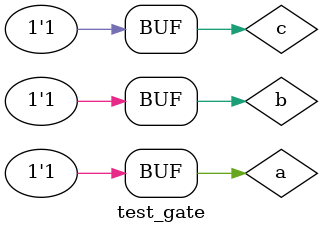
<source format=v>
`timescale 1ns / 1ps


module test_gate;

	// Inputs
	reg a;
	reg b;
	reg c;

	// Outputs
	wire [1:0] outp;

	// Instantiate the Unit Under Test (UUT)
	encoder_gate uut (
		.a(a), 
		.b(b), 
		.c(c), 
		.outp(outp)
	);

	initial begin
		// Initialize Inputs


		a = 0;
		b = 0;
		c = 0;
		#100;


		a = 0;
		b = 0;
		c = 1;
		#100;


		a = 0;
		b = 1;
		c = 0;
		#100;


		a = 0;
		b = 1;
		c = 1;
		#100;


		a = 1;
		b = 0;
		c = 0;
		#100;


		a = 1;
		b = 0;
		c = 1;
		#100;


		a = 1;
		b = 1;
		c = 0;
		#100;


		a = 1;
		b = 1;
		c = 1;
        
		// Add stimulus here

	end
      
endmodule


</source>
